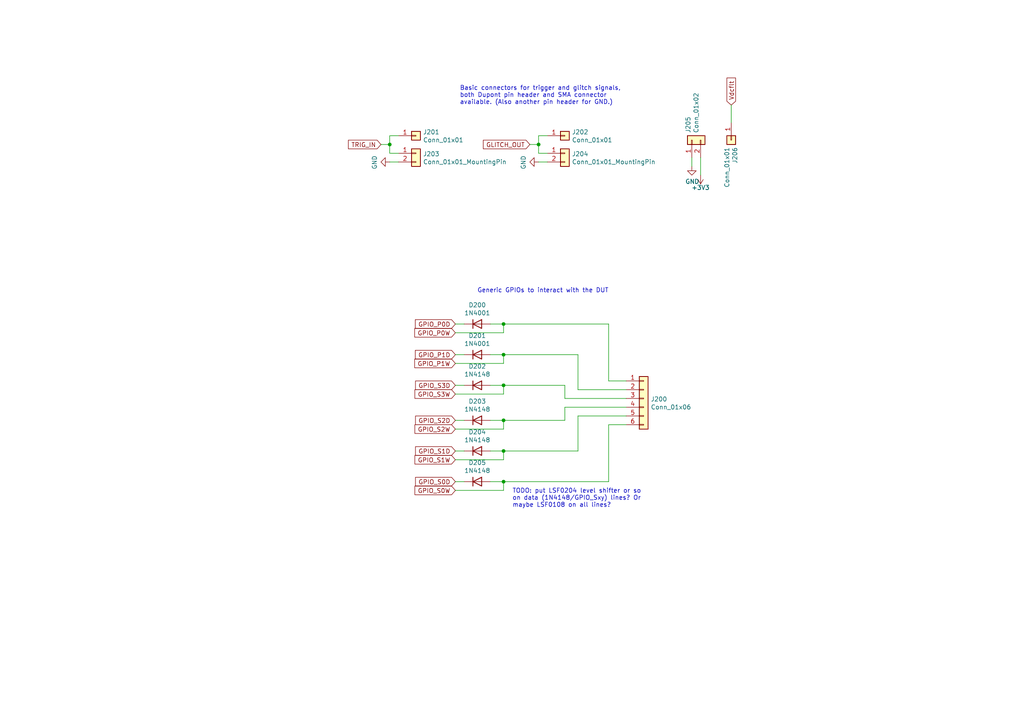
<source format=kicad_sch>
(kicad_sch (version 20211123) (generator eeschema)
  (paper "A4")
  (lib_symbols
    (symbol "Connector_Generic:Conn_01x01" (pin_names (offset 1.016) hide)
      (property "Reference" "J" (at 0 2.54 0))
      (property "Value" "Conn_01x01" (at 0 -2.54 0))
      (symbol "Conn_01x01_1_1"
        (rectangle (start -1.27 0.127) (end 0 -0.127) (stroke (width 0.1524)))
        (rectangle (start -1.27 1.27) (end 1.27 -1.27) (stroke (width 0.254)) (fill (type background)))
        (pin passive line (at -5.08 0 0) (length 3.81) (name "Pin_1") (number "1"))
      )
    )
    (symbol "Connector_Generic:Conn_01x02" (pin_names (offset 1.016) hide)
      (property "Reference" "J" (at 0 2.54 0))
      (property "Value" "Conn_01x02" (at 0 -5.08 0))
      (symbol "Conn_01x02_1_1"
        (rectangle (start -1.27 -2.413) (end 0 -2.667) (stroke (width 0.1524)))
        (rectangle (start -1.27 0.127) (end 0 -0.127) (stroke (width 0.1524)))
        (rectangle (start -1.27 1.27) (end 1.27 -3.81) (stroke (width 0.254)) (fill (type background)))
        (pin passive line (at -5.08 0 0) (length 3.81) (name "Pin_1") (number "1"))
        (pin passive line (at -5.08 -2.54 0) (length 3.81) (name "Pin_2") (number "2"))
      )
    )
    (symbol "Connector_Generic:Conn_01x06" (pin_names (offset 1.016) hide)
      (property "Reference" "J" (at 0 7.62 0))
      (property "Value" "Conn_01x06" (at 0 -10.16 0))
      (symbol "Conn_01x06_1_1"
        (rectangle (start -1.27 -7.493) (end 0 -7.747) (stroke (width 0.1524)))
        (rectangle (start -1.27 -4.953) (end 0 -5.207) (stroke (width 0.1524)))
        (rectangle (start -1.27 -2.413) (end 0 -2.667) (stroke (width 0.1524)))
        (rectangle (start -1.27 0.127) (end 0 -0.127) (stroke (width 0.1524)))
        (rectangle (start -1.27 2.667) (end 0 2.413) (stroke (width 0.1524)))
        (rectangle (start -1.27 5.207) (end 0 4.953) (stroke (width 0.1524)))
        (rectangle (start -1.27 6.35) (end 1.27 -8.89) (stroke (width 0.254)) (fill (type background)))
        (pin passive line (at -5.08 5.08 0) (length 3.81) (name "Pin_1") (number "1"))
        (pin passive line (at -5.08 2.54 0) (length 3.81) (name "Pin_2") (number "2"))
        (pin passive line (at -5.08 0 0) (length 3.81) (name "Pin_3") (number "3"))
        (pin passive line (at -5.08 -2.54 0) (length 3.81) (name "Pin_4") (number "4"))
        (pin passive line (at -5.08 -5.08 0) (length 3.81) (name "Pin_5") (number "5"))
        (pin passive line (at -5.08 -7.62 0) (length 3.81) (name "Pin_6") (number "6"))
      )
    )
    (symbol "Device:D" (pin_numbers hide) (pin_names (offset 1.016) hide)
      (property "Reference" "D" (at 0 2.54 0))
      (property "Value" "D" (at 0 -2.54 0))
      (symbol "D_0_1"
        (polyline (pts (xy -1.27 1.27) (xy -1.27 -1.27)) (stroke (width 0.254)))
        (polyline (pts (xy 1.27 0) (xy -1.27 0)))
        (polyline (pts (xy 1.27 1.27) (xy 1.27 -1.27) (xy -1.27 0) (xy 1.27 1.27)) (stroke (width 0.254)))
      )
      (symbol "D_1_1"
        (pin passive line (at -3.81 0 0) (length 2.54) (name "K") (number "1"))
        (pin passive line (at 3.81 0 180) (length 2.54) (name "A") (number "2"))
      )
    )
    (symbol "power:+3.3V" (power) (pin_names (offset 0))
      (property "Value" "+3.3V" (at 0 3.556 0))
      (symbol "+3.3V_0_1"
        (polyline (pts (xy -0.762 1.27) (xy 0 2.54)))
        (polyline (pts (xy 0 0) (xy 0 2.54)))
        (polyline (pts (xy 0 2.54) (xy 0.762 1.27)))
      )
      (symbol "+3.3V_1_1"
        (pin power_in line (at 0 0 90) (length 0) hide (name "+3V3") (number "1"))
      )
    )
    (symbol "power:GND" (power) (pin_names (offset 0))
      (property "Value" "GND" (at 0 -3.81 0))
      (symbol "GND_0_1"
        (polyline (pts (xy 0 0) (xy 0 -1.27) (xy 1.27 -1.27) (xy 0 -2.54) (xy -1.27 -1.27) (xy 0 -1.27)))
      )
      (symbol "GND_1_1"
        (pin power_in line (at 0 0 270) (length 0) hide (name "GND") (number "1"))
      )
    )
  )
  (junction (at 146.05 93.98))
  (junction (at 156.21 41.91))
  (junction (at 146.05 130.81))
  (junction (at 146.05 111.76))
  (junction (at 146.05 102.87))
  (junction (at 146.05 139.7))
  (junction (at 113.03 41.91))
  (junction (at 146.05 121.92))
  (wire (pts (xy 134.62 102.87) (xy 132.08 102.87)))
  (wire (pts (xy 167.64 102.87) (xy 167.64 113.03)))
  (wire (pts (xy 181.61 123.19) (xy 176.53 123.19)))
  (wire (pts (xy 146.05 102.87) (xy 142.24 102.87)))
  (wire (pts (xy 181.61 110.49) (xy 176.53 110.49)))
  (wire (pts (xy 146.05 142.24) (xy 132.08 142.24)))
  (wire (pts (xy 181.61 113.03) (xy 167.64 113.03)))
  (wire (pts (xy 167.64 130.81) (xy 146.05 130.81)))
  (wire (pts (xy 212.09 30.48) (xy 212.09 35.56)))
  (wire (pts (xy 156.21 44.45) (xy 156.21 41.91)))
  (wire (pts (xy 113.03 44.45) (xy 113.03 41.91)))
  (wire (pts (xy 167.64 102.87) (xy 146.05 102.87)))
  (wire (pts (xy 146.05 111.76) (xy 142.24 111.76)))
  (wire (pts (xy 146.05 121.92) (xy 146.05 124.46)))
  (wire (pts (xy 146.05 130.81) (xy 146.05 133.35)))
  (wire (pts (xy 176.53 93.98) (xy 176.53 110.49)))
  (wire (pts (xy 203.2 50.8) (xy 203.2 45.72)))
  (wire (pts (xy 146.05 133.35) (xy 132.08 133.35)))
  (wire (pts (xy 200.66 45.72) (xy 200.66 48.26)))
  (wire (pts (xy 146.05 93.98) (xy 142.24 93.98)))
  (wire (pts (xy 146.05 121.92) (xy 142.24 121.92)))
  (wire (pts (xy 146.05 96.52) (xy 132.08 96.52)))
  (wire (pts (xy 156.21 46.99) (xy 158.75 46.99)))
  (wire (pts (xy 181.61 115.57) (xy 163.83 115.57)))
  (wire (pts (xy 113.03 39.37) (xy 113.03 41.91)))
  (wire (pts (xy 146.05 124.46) (xy 132.08 124.46)))
  (wire (pts (xy 158.75 39.37) (xy 156.21 39.37)))
  (wire (pts (xy 163.83 111.76) (xy 146.05 111.76)))
  (wire (pts (xy 181.61 118.11) (xy 163.83 118.11)))
  (wire (pts (xy 115.57 39.37) (xy 113.03 39.37)))
  (wire (pts (xy 146.05 130.81) (xy 142.24 130.81)))
  (wire (pts (xy 146.05 114.3) (xy 146.05 111.76)))
  (wire (pts (xy 113.03 41.91) (xy 110.49 41.91)))
  (wire (pts (xy 181.61 120.65) (xy 167.64 120.65)))
  (wire (pts (xy 158.75 44.45) (xy 156.21 44.45)))
  (wire (pts (xy 134.62 139.7) (xy 132.08 139.7)))
  (wire (pts (xy 163.83 118.11) (xy 163.83 121.92)))
  (wire (pts (xy 176.53 139.7) (xy 146.05 139.7)))
  (wire (pts (xy 134.62 111.76) (xy 132.08 111.76)))
  (wire (pts (xy 156.21 39.37) (xy 156.21 41.91)))
  (wire (pts (xy 163.83 121.92) (xy 146.05 121.92)))
  (wire (pts (xy 176.53 93.98) (xy 146.05 93.98)))
  (wire (pts (xy 115.57 44.45) (xy 113.03 44.45)))
  (wire (pts (xy 146.05 139.7) (xy 146.05 142.24)))
  (wire (pts (xy 167.64 120.65) (xy 167.64 130.81)))
  (wire (pts (xy 146.05 139.7) (xy 142.24 139.7)))
  (wire (pts (xy 146.05 102.87) (xy 146.05 105.41)))
  (wire (pts (xy 163.83 111.76) (xy 163.83 115.57)))
  (wire (pts (xy 113.03 46.99) (xy 115.57 46.99)))
  (wire (pts (xy 156.21 41.91) (xy 153.67 41.91)))
  (wire (pts (xy 146.05 105.41) (xy 132.08 105.41)))
  (wire (pts (xy 176.53 123.19) (xy 176.53 139.7)))
  (wire (pts (xy 134.62 93.98) (xy 132.08 93.98)))
  (wire (pts (xy 134.62 121.92) (xy 132.08 121.92)))
  (wire (pts (xy 146.05 93.98) (xy 146.05 96.52)))
  (wire (pts (xy 146.05 114.3) (xy 132.08 114.3)))
  (wire (pts (xy 134.62 130.81) (xy 132.08 130.81)))
  (text "Basic connectors for trigger and glitch signals,\nboth Dupont pin header and SMA connector\navailable. (Also another pin header for GND.)" (at 133.35 30.48 0) (effects (font (size 1.27 1.27)) (justify left bottom)))
  (text "TODO: put LSF0204 level shifter or so\non data (1N4148/GPIO_Sxy) lines? Or\nmaybe LSF0108 on all lines?" (at 148.59 147.32 0) (effects (font (size 1.27 1.27)) (justify left bottom)))
  (text "Generic GPIOs to interact with the DUT" (at 138.43 85.09 0) (effects (font (size 1.27 1.27)) (justify left bottom)))
  (global_label "Vdcflt" (shape input) (at 212.09 30.48 90) (property "Intersheet References" "${INTERSHEET_REFS}" (effects hide)))
  (global_label "GPIO_S2D" (shape input) (at 132.08 121.92 180) (property "Intersheet References" "${INTERSHEET_REFS}" (effects hide)))
  (global_label "GPIO_S3D" (shape input) (at 132.08 111.76 180) (property "Intersheet References" "${INTERSHEET_REFS}" (effects hide)))
  (global_label "GPIO_S0D" (shape input) (at 132.08 139.7 180) (property "Intersheet References" "${INTERSHEET_REFS}" (effects hide)))
  (global_label "GLITCH_OUT" (shape input) (at 153.67 41.91 180) (property "Intersheet References" "${INTERSHEET_REFS}" (effects hide)))
  (global_label "GPIO_S1W" (shape input) (at 132.08 133.35 180) (property "Intersheet References" "${INTERSHEET_REFS}" (effects hide)))
  (global_label "GPIO_S0W" (shape input) (at 132.08 142.24 180) (property "Intersheet References" "${INTERSHEET_REFS}" (effects hide)))
  (global_label "GPIO_S3W" (shape input) (at 132.08 114.3 180) (property "Intersheet References" "${INTERSHEET_REFS}" (effects hide)))
  (global_label "TRIG_IN" (shape input) (at 110.49 41.91 180) (property "Intersheet References" "${INTERSHEET_REFS}" (effects hide)))
  (global_label "GPIO_S1D" (shape input) (at 132.08 130.81 180) (property "Intersheet References" "${INTERSHEET_REFS}" (effects hide)))
  (global_label "GPIO_P1W" (shape input) (at 132.08 105.41 180) (property "Intersheet References" "${INTERSHEET_REFS}" (effects hide)))
  (global_label "GPIO_P0W" (shape input) (at 132.08 96.52 180) (property "Intersheet References" "${INTERSHEET_REFS}" (effects hide)))
  (global_label "GPIO_P0D" (shape input) (at 132.08 93.98 180) (property "Intersheet References" "${INTERSHEET_REFS}" (effects hide)))
  (global_label "GPIO_P1D" (shape input) (at 132.08 102.87 180) (property "Intersheet References" "${INTERSHEET_REFS}" (effects hide)))
  (global_label "GPIO_S2W" (shape input) (at 132.08 124.46 180) (property "Intersheet References" "${INTERSHEET_REFS}" (effects hide)))
  (symbol (lib_id "Connector_Generic:Conn_01x06") (at 186.69 115.57 0) (unit 1)
    (property "Reference" "J200" (at 188.722 115.7732 0) (effects (justify left)))
    (property "Value" "Conn_01x06" (at 188.722 118.0846 0) (effects (justify left)))
    (property "Footprint" "Connector_PinHeader_2.54mm:PinHeader_1x06_P2.54mm_Horizontal" (effects hide))
  )
  (symbol (lib_id "Device:D") (at 138.43 93.98 0) (unit 1)
    (property "Reference" "D200" (at 138.43 88.4682 0))
    (property "Value" "1N4001" (at 138.43 90.7796 0))
    (property "Footprint" "Diode_SMD:D_SOD-123" (effects hide))
  )
  (symbol (lib_id "Device:D") (at 138.43 102.87 0) (unit 1)
    (property "Reference" "D201" (at 138.43 97.3582 0))
    (property "Value" "1N4001" (at 138.43 99.6696 0))
    (property "Footprint" "Diode_SMD:D_SOD-123" (effects hide))
  )
  (symbol (lib_id "Device:D") (at 138.43 111.76 0) (unit 1)
    (property "Reference" "D202" (at 138.43 106.2482 0))
    (property "Value" "1N4148" (at 138.43 108.5596 0))
    (property "Footprint" "Diode_SMD:D_SOD-323" (effects hide))
  )
  (symbol (lib_id "Device:D") (at 138.43 121.92 0) (unit 1)
    (property "Reference" "D203" (at 138.43 116.4082 0))
    (property "Value" "1N4148" (at 138.43 118.7196 0))
    (property "Footprint" "Diode_SMD:D_SOD-323" (effects hide))
  )
  (symbol (lib_id "Device:D") (at 138.43 130.81 0) (unit 1)
    (property "Reference" "D204" (at 138.43 125.2982 0))
    (property "Value" "1N4148" (at 138.43 127.6096 0))
    (property "Footprint" "Diode_SMD:D_SOD-323" (effects hide))
  )
  (symbol (lib_id "Device:D") (at 138.43 139.7 0) (unit 1)
    (property "Reference" "D205" (at 138.43 134.1882 0))
    (property "Value" "1N4148" (at 138.43 136.4996 0))
    (property "Footprint" "Diode_SMD:D_SOD-323" (effects hide))
  )
  (symbol (lib_id "Connector_Generic:Conn_01x01") (at 120.65 39.37 0) (unit 1)
    (property "Reference" "J201" (at 122.682 38.3032 0) (effects (justify left)))
    (property "Value" "Conn_01x01" (at 122.682 40.6146 0) (effects (justify left)))
    (property "Footprint" "Connector_PinHeader_2.54mm:PinHeader_1x01_P2.54mm_Vertical" (effects hide))
  )
  (symbol (lib_id "Connector_Generic:Conn_01x02") (at 120.65 44.45 0) (unit 1)
    (property "Reference" "J203" (at 122.682 44.6532 0) (effects (justify left)))
    (property "Value" "Conn_01x01_MountingPin" (at 122.682 46.9646 0) (effects (justify left)))
    (property "Footprint" "Connector_Coaxial:SMA_Amphenol_132289_EdgeMount" (effects hide))
  )
  (symbol (lib_id "Connector_Generic:Conn_01x01") (at 163.83 39.37 0) (unit 1)
    (property "Reference" "J202" (at 165.862 38.3032 0) (effects (justify left)))
    (property "Value" "Conn_01x01" (at 165.862 40.6146 0) (effects (justify left)))
    (property "Footprint" "Connector_PinHeader_2.54mm:PinHeader_1x01_P2.54mm_Vertical" (effects hide))
  )
  (symbol (lib_id "Connector_Generic:Conn_01x02") (at 163.83 44.45 0) (unit 1)
    (property "Reference" "J204" (at 165.862 44.6532 0) (effects (justify left)))
    (property "Value" "Conn_01x01_MountingPin" (at 165.862 46.9646 0) (effects (justify left)))
    (property "Footprint" "Connector_Coaxial:SMA_Amphenol_132289_EdgeMount" (effects hide))
  )
  (symbol (lib_id "power:GND") (at 113.03 46.99 270) (unit 1)
    (property "Reference" "#PWR0131" (effects hide))
    (property "Value" "GND" (at 108.6358 47.117 0))
  )
  (symbol (lib_id "power:GND") (at 156.21 46.99 270) (unit 1)
    (property "Reference" "#PWR0132" (effects hide))
    (property "Value" "GND" (at 151.8158 47.117 0))
  )
  (symbol (lib_id "Connector_Generic:Conn_01x02") (at 200.66 40.64 90) (unit 1)
    (property "Reference" "J205" (at 199.5932 38.608 0) (effects (justify left)))
    (property "Value" "Conn_01x02" (at 201.9046 38.608 0) (effects (justify left)))
    (property "Footprint" "Connector_PinHeader_2.54mm:PinHeader_1x02_P2.54mm_Vertical" (effects hide))
  )
  (symbol (lib_id "power:GND") (at 200.66 48.26 0) (unit 1)
    (property "Reference" "#PWR0133" (effects hide))
    (property "Value" "GND" (at 200.787 52.6542 0))
  )
  (symbol (lib_id "Connector_Generic:Conn_01x01") (at 212.09 40.64 270) (unit 1)
    (property "Reference" "J206" (at 213.1568 42.672 0) (effects (justify left)))
    (property "Value" "Conn_01x01" (at 210.8454 42.672 0) (effects (justify left)))
    (property "Footprint" "Connector_PinHeader_2.54mm:PinHeader_1x01_P2.54mm_Vertical" (effects hide))
  )
  (symbol (lib_id "power:+3.3V") (at 203.2 50.8 180) (unit 1)
    (property "Reference" "#PWR0157" (effects hide))
    (property "Value" "+3.3V" (at 203.2 54.4045 0))
  )
)
</source>
